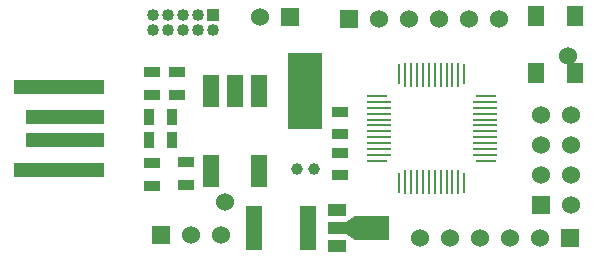
<source format=gts>
G04 #@! TF.FileFunction,Soldermask,Top*
%FSLAX46Y46*%
G04 Gerber Fmt 4.6, Leading zero omitted, Abs format (unit mm)*
G04 Created by KiCad (PCBNEW (2015-01-02 BZR 5348)-product) date 1/14/2015 2:26:51 AM*
%MOMM*%
G01*
G04 APERTURE LIST*
%ADD10C,0.150000*%
%ADD11R,1.016000X1.016000*%
%ADD12C,1.016000*%
%ADD13C,1.000760*%
%ADD14R,3.000000X6.400000*%
%ADD15R,1.501140X1.000760*%
%ADD16R,2.999740X1.998980*%
%ADD17R,1.400000X2.750000*%
%ADD18R,1.397000X0.889000*%
%ADD19R,1.397000X3.810000*%
%ADD20R,1.750000X0.250000*%
%ADD21R,2.000000X0.250000*%
%ADD22R,0.250000X1.750000*%
%ADD23R,0.250000X2.000000*%
%ADD24R,1.400000X1.800000*%
%ADD25R,7.600000X1.143000*%
%ADD26R,6.600000X1.143000*%
%ADD27R,0.889000X1.397000*%
%ADD28R,1.524000X1.524000*%
%ADD29C,1.524000*%
G04 APERTURE END LIST*
D10*
D11*
X92270000Y-82365000D03*
D12*
X92270000Y-83635000D03*
X91000000Y-82365000D03*
X91000000Y-83635000D03*
X89730000Y-82365000D03*
X89730000Y-83635000D03*
X88460000Y-82365000D03*
X88460000Y-83635000D03*
X87190000Y-82365000D03*
X87190000Y-83635000D03*
D13*
X99309700Y-95420000D03*
X100808300Y-95420000D03*
D14*
X100059000Y-88870000D03*
D15*
X102748340Y-98948860D03*
X102748340Y-100450000D03*
X102748340Y-101951140D03*
D16*
X105699820Y-100450000D03*
D10*
G36*
X104225350Y-101450760D02*
X103476050Y-100950380D01*
X103476050Y-99949620D01*
X104225350Y-99449240D01*
X104225350Y-101450760D01*
X104225350Y-101450760D01*
G37*
D17*
X94100000Y-88800000D03*
X96100000Y-88800000D03*
X96100000Y-95600000D03*
X92100000Y-88800000D03*
X92100000Y-95600000D03*
D18*
X103000000Y-90582500D03*
X103000000Y-92487500D03*
X103000000Y-95987500D03*
X103000000Y-94082500D03*
X87100000Y-94947500D03*
X87100000Y-96852500D03*
X89200000Y-89152500D03*
X89200000Y-87247500D03*
D19*
X95714000Y-100450000D03*
X100286000Y-100450000D03*
D20*
X106125000Y-94750000D03*
D21*
X106250000Y-94250000D03*
X106250000Y-93750000D03*
X106250000Y-93250000D03*
X106250000Y-92750000D03*
X106250000Y-92250000D03*
X106250000Y-91750000D03*
X106250000Y-91250000D03*
X106250000Y-90750000D03*
X106250000Y-90250000D03*
X106250000Y-89750000D03*
D20*
X106125000Y-89250000D03*
D22*
X108000000Y-87375000D03*
D23*
X108500000Y-87500000D03*
X109000000Y-87500000D03*
X109500000Y-87500000D03*
X110000000Y-87500000D03*
X110500000Y-87500000D03*
X111000000Y-87500000D03*
X111500000Y-87500000D03*
X112000000Y-87500000D03*
X112500000Y-87500000D03*
X113000000Y-87500000D03*
D22*
X113500000Y-87375000D03*
D20*
X115375000Y-94750000D03*
D21*
X115250000Y-94250000D03*
X115250000Y-93750000D03*
X115250000Y-93250000D03*
X115250000Y-92750000D03*
X115250000Y-92250000D03*
X115250000Y-91750000D03*
X115250000Y-91250000D03*
X115250000Y-90750000D03*
X115250000Y-90250000D03*
X115250000Y-89750000D03*
D20*
X115375000Y-89250000D03*
D22*
X108000000Y-96625000D03*
D23*
X108500000Y-96500000D03*
X109000000Y-96500000D03*
X109500000Y-96500000D03*
X110000000Y-96500000D03*
X110500000Y-96500000D03*
X111000000Y-96500000D03*
X111500000Y-96500000D03*
X112000000Y-96500000D03*
X112500000Y-96500000D03*
X113000000Y-96500000D03*
D22*
X113500000Y-96625000D03*
D24*
X122850000Y-82500000D03*
X119550000Y-82500000D03*
X119550000Y-87300000D03*
X122850000Y-87300000D03*
D25*
X79200000Y-88511310D03*
D26*
X79700000Y-91013210D03*
X79700000Y-92986790D03*
D25*
X79200000Y-95488690D03*
D18*
X89911700Y-96791600D03*
X89911700Y-94886600D03*
X87100000Y-87247500D03*
X87100000Y-89152500D03*
D27*
X86847500Y-93000000D03*
X88752500Y-93000000D03*
X86847500Y-91000000D03*
X88752500Y-91000000D03*
D28*
X120030000Y-98510000D03*
D29*
X122570000Y-98510000D03*
X120030000Y-95970000D03*
X122570000Y-95970000D03*
X120030000Y-93430000D03*
X122570000Y-93430000D03*
X120030000Y-90890000D03*
X122570000Y-90890000D03*
D28*
X122450000Y-101300000D03*
D29*
X119910000Y-101300000D03*
X117370000Y-101300000D03*
X114830000Y-101300000D03*
X112290000Y-101300000D03*
X109750000Y-101300000D03*
D28*
X103750000Y-82700000D03*
D29*
X106290000Y-82700000D03*
X108830000Y-82700000D03*
X111370000Y-82700000D03*
X113910000Y-82700000D03*
X116450000Y-82700000D03*
D28*
X87860000Y-101000000D03*
D29*
X90400000Y-101000000D03*
X92940000Y-101000000D03*
X122284000Y-85895000D03*
X93264500Y-98252100D03*
D28*
X98776300Y-82542200D03*
D29*
X96236300Y-82542200D03*
M02*

</source>
